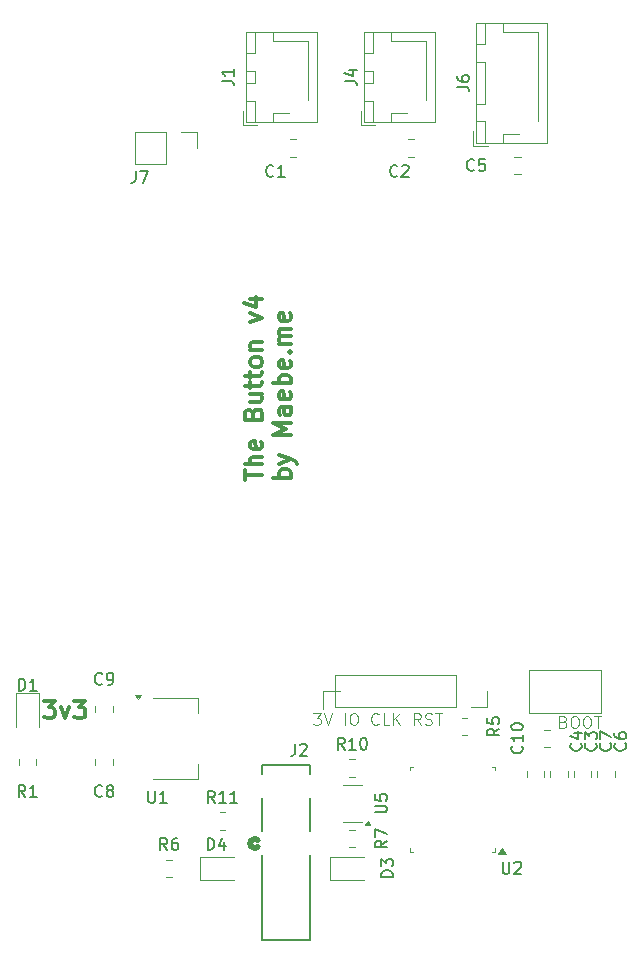
<source format=gbr>
%TF.GenerationSoftware,KiCad,Pcbnew,8.0.8*%
%TF.CreationDate,2025-01-17T17:15:23+08:00*%
%TF.ProjectId,The Button,54686520-4275-4747-946f-6e2e6b696361,rev?*%
%TF.SameCoordinates,Original*%
%TF.FileFunction,Legend,Top*%
%TF.FilePolarity,Positive*%
%FSLAX46Y46*%
G04 Gerber Fmt 4.6, Leading zero omitted, Abs format (unit mm)*
G04 Created by KiCad (PCBNEW 8.0.8) date 2025-01-17 17:15:23*
%MOMM*%
%LPD*%
G01*
G04 APERTURE LIST*
%ADD10C,0.300000*%
%ADD11C,0.100000*%
%ADD12C,0.150000*%
%ADD13C,0.120000*%
%ADD14C,0.152400*%
%ADD15C,0.508000*%
G04 APERTURE END LIST*
D10*
X150411653Y-82300828D02*
X151340225Y-82300828D01*
X151340225Y-82300828D02*
X150840225Y-82872257D01*
X150840225Y-82872257D02*
X151054510Y-82872257D01*
X151054510Y-82872257D02*
X151197368Y-82943685D01*
X151197368Y-82943685D02*
X151268796Y-83015114D01*
X151268796Y-83015114D02*
X151340225Y-83157971D01*
X151340225Y-83157971D02*
X151340225Y-83515114D01*
X151340225Y-83515114D02*
X151268796Y-83657971D01*
X151268796Y-83657971D02*
X151197368Y-83729400D01*
X151197368Y-83729400D02*
X151054510Y-83800828D01*
X151054510Y-83800828D02*
X150625939Y-83800828D01*
X150625939Y-83800828D02*
X150483082Y-83729400D01*
X150483082Y-83729400D02*
X150411653Y-83657971D01*
X151840224Y-82800828D02*
X152197367Y-83800828D01*
X152197367Y-83800828D02*
X152554510Y-82800828D01*
X152983081Y-82300828D02*
X153911653Y-82300828D01*
X153911653Y-82300828D02*
X153411653Y-82872257D01*
X153411653Y-82872257D02*
X153625938Y-82872257D01*
X153625938Y-82872257D02*
X153768796Y-82943685D01*
X153768796Y-82943685D02*
X153840224Y-83015114D01*
X153840224Y-83015114D02*
X153911653Y-83157971D01*
X153911653Y-83157971D02*
X153911653Y-83515114D01*
X153911653Y-83515114D02*
X153840224Y-83657971D01*
X153840224Y-83657971D02*
X153768796Y-83729400D01*
X153768796Y-83729400D02*
X153625938Y-83800828D01*
X153625938Y-83800828D02*
X153197367Y-83800828D01*
X153197367Y-83800828D02*
X153054510Y-83729400D01*
X153054510Y-83729400D02*
X152983081Y-83657971D01*
D11*
X174000000Y-83000000D02*
X174000000Y-81500000D01*
X173208646Y-83372419D02*
X173827693Y-83372419D01*
X173827693Y-83372419D02*
X173494360Y-83753371D01*
X173494360Y-83753371D02*
X173637217Y-83753371D01*
X173637217Y-83753371D02*
X173732455Y-83800990D01*
X173732455Y-83800990D02*
X173780074Y-83848609D01*
X173780074Y-83848609D02*
X173827693Y-83943847D01*
X173827693Y-83943847D02*
X173827693Y-84181942D01*
X173827693Y-84181942D02*
X173780074Y-84277180D01*
X173780074Y-84277180D02*
X173732455Y-84324800D01*
X173732455Y-84324800D02*
X173637217Y-84372419D01*
X173637217Y-84372419D02*
X173351503Y-84372419D01*
X173351503Y-84372419D02*
X173256265Y-84324800D01*
X173256265Y-84324800D02*
X173208646Y-84277180D01*
X174113408Y-83372419D02*
X174446741Y-84372419D01*
X174446741Y-84372419D02*
X174780074Y-83372419D01*
X175875313Y-84372419D02*
X175875313Y-83372419D01*
X176541979Y-83372419D02*
X176732455Y-83372419D01*
X176732455Y-83372419D02*
X176827693Y-83420038D01*
X176827693Y-83420038D02*
X176922931Y-83515276D01*
X176922931Y-83515276D02*
X176970550Y-83705752D01*
X176970550Y-83705752D02*
X176970550Y-84039085D01*
X176970550Y-84039085D02*
X176922931Y-84229561D01*
X176922931Y-84229561D02*
X176827693Y-84324800D01*
X176827693Y-84324800D02*
X176732455Y-84372419D01*
X176732455Y-84372419D02*
X176541979Y-84372419D01*
X176541979Y-84372419D02*
X176446741Y-84324800D01*
X176446741Y-84324800D02*
X176351503Y-84229561D01*
X176351503Y-84229561D02*
X176303884Y-84039085D01*
X176303884Y-84039085D02*
X176303884Y-83705752D01*
X176303884Y-83705752D02*
X176351503Y-83515276D01*
X176351503Y-83515276D02*
X176446741Y-83420038D01*
X176446741Y-83420038D02*
X176541979Y-83372419D01*
X178732455Y-84277180D02*
X178684836Y-84324800D01*
X178684836Y-84324800D02*
X178541979Y-84372419D01*
X178541979Y-84372419D02*
X178446741Y-84372419D01*
X178446741Y-84372419D02*
X178303884Y-84324800D01*
X178303884Y-84324800D02*
X178208646Y-84229561D01*
X178208646Y-84229561D02*
X178161027Y-84134323D01*
X178161027Y-84134323D02*
X178113408Y-83943847D01*
X178113408Y-83943847D02*
X178113408Y-83800990D01*
X178113408Y-83800990D02*
X178161027Y-83610514D01*
X178161027Y-83610514D02*
X178208646Y-83515276D01*
X178208646Y-83515276D02*
X178303884Y-83420038D01*
X178303884Y-83420038D02*
X178446741Y-83372419D01*
X178446741Y-83372419D02*
X178541979Y-83372419D01*
X178541979Y-83372419D02*
X178684836Y-83420038D01*
X178684836Y-83420038D02*
X178732455Y-83467657D01*
X179637217Y-84372419D02*
X179161027Y-84372419D01*
X179161027Y-84372419D02*
X179161027Y-83372419D01*
X179970551Y-84372419D02*
X179970551Y-83372419D01*
X180541979Y-84372419D02*
X180113408Y-83800990D01*
X180541979Y-83372419D02*
X179970551Y-83943847D01*
X182303884Y-84372419D02*
X181970551Y-83896228D01*
X181732456Y-84372419D02*
X181732456Y-83372419D01*
X181732456Y-83372419D02*
X182113408Y-83372419D01*
X182113408Y-83372419D02*
X182208646Y-83420038D01*
X182208646Y-83420038D02*
X182256265Y-83467657D01*
X182256265Y-83467657D02*
X182303884Y-83562895D01*
X182303884Y-83562895D02*
X182303884Y-83705752D01*
X182303884Y-83705752D02*
X182256265Y-83800990D01*
X182256265Y-83800990D02*
X182208646Y-83848609D01*
X182208646Y-83848609D02*
X182113408Y-83896228D01*
X182113408Y-83896228D02*
X181732456Y-83896228D01*
X182684837Y-84324800D02*
X182827694Y-84372419D01*
X182827694Y-84372419D02*
X183065789Y-84372419D01*
X183065789Y-84372419D02*
X183161027Y-84324800D01*
X183161027Y-84324800D02*
X183208646Y-84277180D01*
X183208646Y-84277180D02*
X183256265Y-84181942D01*
X183256265Y-84181942D02*
X183256265Y-84086704D01*
X183256265Y-84086704D02*
X183208646Y-83991466D01*
X183208646Y-83991466D02*
X183161027Y-83943847D01*
X183161027Y-83943847D02*
X183065789Y-83896228D01*
X183065789Y-83896228D02*
X182875313Y-83848609D01*
X182875313Y-83848609D02*
X182780075Y-83800990D01*
X182780075Y-83800990D02*
X182732456Y-83753371D01*
X182732456Y-83753371D02*
X182684837Y-83658133D01*
X182684837Y-83658133D02*
X182684837Y-83562895D01*
X182684837Y-83562895D02*
X182732456Y-83467657D01*
X182732456Y-83467657D02*
X182780075Y-83420038D01*
X182780075Y-83420038D02*
X182875313Y-83372419D01*
X182875313Y-83372419D02*
X183113408Y-83372419D01*
X183113408Y-83372419D02*
X183256265Y-83420038D01*
X183541980Y-83372419D02*
X184113408Y-83372419D01*
X183827694Y-84372419D02*
X183827694Y-83372419D01*
X194387217Y-84098609D02*
X194530074Y-84146228D01*
X194530074Y-84146228D02*
X194577693Y-84193847D01*
X194577693Y-84193847D02*
X194625312Y-84289085D01*
X194625312Y-84289085D02*
X194625312Y-84431942D01*
X194625312Y-84431942D02*
X194577693Y-84527180D01*
X194577693Y-84527180D02*
X194530074Y-84574800D01*
X194530074Y-84574800D02*
X194434836Y-84622419D01*
X194434836Y-84622419D02*
X194053884Y-84622419D01*
X194053884Y-84622419D02*
X194053884Y-83622419D01*
X194053884Y-83622419D02*
X194387217Y-83622419D01*
X194387217Y-83622419D02*
X194482455Y-83670038D01*
X194482455Y-83670038D02*
X194530074Y-83717657D01*
X194530074Y-83717657D02*
X194577693Y-83812895D01*
X194577693Y-83812895D02*
X194577693Y-83908133D01*
X194577693Y-83908133D02*
X194530074Y-84003371D01*
X194530074Y-84003371D02*
X194482455Y-84050990D01*
X194482455Y-84050990D02*
X194387217Y-84098609D01*
X194387217Y-84098609D02*
X194053884Y-84098609D01*
X195244360Y-83622419D02*
X195434836Y-83622419D01*
X195434836Y-83622419D02*
X195530074Y-83670038D01*
X195530074Y-83670038D02*
X195625312Y-83765276D01*
X195625312Y-83765276D02*
X195672931Y-83955752D01*
X195672931Y-83955752D02*
X195672931Y-84289085D01*
X195672931Y-84289085D02*
X195625312Y-84479561D01*
X195625312Y-84479561D02*
X195530074Y-84574800D01*
X195530074Y-84574800D02*
X195434836Y-84622419D01*
X195434836Y-84622419D02*
X195244360Y-84622419D01*
X195244360Y-84622419D02*
X195149122Y-84574800D01*
X195149122Y-84574800D02*
X195053884Y-84479561D01*
X195053884Y-84479561D02*
X195006265Y-84289085D01*
X195006265Y-84289085D02*
X195006265Y-83955752D01*
X195006265Y-83955752D02*
X195053884Y-83765276D01*
X195053884Y-83765276D02*
X195149122Y-83670038D01*
X195149122Y-83670038D02*
X195244360Y-83622419D01*
X196291979Y-83622419D02*
X196482455Y-83622419D01*
X196482455Y-83622419D02*
X196577693Y-83670038D01*
X196577693Y-83670038D02*
X196672931Y-83765276D01*
X196672931Y-83765276D02*
X196720550Y-83955752D01*
X196720550Y-83955752D02*
X196720550Y-84289085D01*
X196720550Y-84289085D02*
X196672931Y-84479561D01*
X196672931Y-84479561D02*
X196577693Y-84574800D01*
X196577693Y-84574800D02*
X196482455Y-84622419D01*
X196482455Y-84622419D02*
X196291979Y-84622419D01*
X196291979Y-84622419D02*
X196196741Y-84574800D01*
X196196741Y-84574800D02*
X196101503Y-84479561D01*
X196101503Y-84479561D02*
X196053884Y-84289085D01*
X196053884Y-84289085D02*
X196053884Y-83955752D01*
X196053884Y-83955752D02*
X196101503Y-83765276D01*
X196101503Y-83765276D02*
X196196741Y-83670038D01*
X196196741Y-83670038D02*
X196291979Y-83622419D01*
X197006265Y-83622419D02*
X197577693Y-83622419D01*
X197291979Y-84622419D02*
X197291979Y-83622419D01*
D10*
X167385912Y-63659774D02*
X167385912Y-62802632D01*
X168885912Y-63231203D02*
X167385912Y-63231203D01*
X168885912Y-62302632D02*
X167385912Y-62302632D01*
X168885912Y-61659775D02*
X168100198Y-61659775D01*
X168100198Y-61659775D02*
X167957341Y-61731203D01*
X167957341Y-61731203D02*
X167885912Y-61874060D01*
X167885912Y-61874060D02*
X167885912Y-62088346D01*
X167885912Y-62088346D02*
X167957341Y-62231203D01*
X167957341Y-62231203D02*
X168028769Y-62302632D01*
X168814484Y-60374060D02*
X168885912Y-60516917D01*
X168885912Y-60516917D02*
X168885912Y-60802632D01*
X168885912Y-60802632D02*
X168814484Y-60945489D01*
X168814484Y-60945489D02*
X168671626Y-61016917D01*
X168671626Y-61016917D02*
X168100198Y-61016917D01*
X168100198Y-61016917D02*
X167957341Y-60945489D01*
X167957341Y-60945489D02*
X167885912Y-60802632D01*
X167885912Y-60802632D02*
X167885912Y-60516917D01*
X167885912Y-60516917D02*
X167957341Y-60374060D01*
X167957341Y-60374060D02*
X168100198Y-60302632D01*
X168100198Y-60302632D02*
X168243055Y-60302632D01*
X168243055Y-60302632D02*
X168385912Y-61016917D01*
X168100198Y-58016918D02*
X168171626Y-57802632D01*
X168171626Y-57802632D02*
X168243055Y-57731203D01*
X168243055Y-57731203D02*
X168385912Y-57659775D01*
X168385912Y-57659775D02*
X168600198Y-57659775D01*
X168600198Y-57659775D02*
X168743055Y-57731203D01*
X168743055Y-57731203D02*
X168814484Y-57802632D01*
X168814484Y-57802632D02*
X168885912Y-57945489D01*
X168885912Y-57945489D02*
X168885912Y-58516918D01*
X168885912Y-58516918D02*
X167385912Y-58516918D01*
X167385912Y-58516918D02*
X167385912Y-58016918D01*
X167385912Y-58016918D02*
X167457341Y-57874061D01*
X167457341Y-57874061D02*
X167528769Y-57802632D01*
X167528769Y-57802632D02*
X167671626Y-57731203D01*
X167671626Y-57731203D02*
X167814484Y-57731203D01*
X167814484Y-57731203D02*
X167957341Y-57802632D01*
X167957341Y-57802632D02*
X168028769Y-57874061D01*
X168028769Y-57874061D02*
X168100198Y-58016918D01*
X168100198Y-58016918D02*
X168100198Y-58516918D01*
X167885912Y-56374061D02*
X168885912Y-56374061D01*
X167885912Y-57016918D02*
X168671626Y-57016918D01*
X168671626Y-57016918D02*
X168814484Y-56945489D01*
X168814484Y-56945489D02*
X168885912Y-56802632D01*
X168885912Y-56802632D02*
X168885912Y-56588346D01*
X168885912Y-56588346D02*
X168814484Y-56445489D01*
X168814484Y-56445489D02*
X168743055Y-56374061D01*
X167885912Y-55874060D02*
X167885912Y-55302632D01*
X167385912Y-55659775D02*
X168671626Y-55659775D01*
X168671626Y-55659775D02*
X168814484Y-55588346D01*
X168814484Y-55588346D02*
X168885912Y-55445489D01*
X168885912Y-55445489D02*
X168885912Y-55302632D01*
X167885912Y-55016917D02*
X167885912Y-54445489D01*
X167385912Y-54802632D02*
X168671626Y-54802632D01*
X168671626Y-54802632D02*
X168814484Y-54731203D01*
X168814484Y-54731203D02*
X168885912Y-54588346D01*
X168885912Y-54588346D02*
X168885912Y-54445489D01*
X168885912Y-53731203D02*
X168814484Y-53874060D01*
X168814484Y-53874060D02*
X168743055Y-53945489D01*
X168743055Y-53945489D02*
X168600198Y-54016917D01*
X168600198Y-54016917D02*
X168171626Y-54016917D01*
X168171626Y-54016917D02*
X168028769Y-53945489D01*
X168028769Y-53945489D02*
X167957341Y-53874060D01*
X167957341Y-53874060D02*
X167885912Y-53731203D01*
X167885912Y-53731203D02*
X167885912Y-53516917D01*
X167885912Y-53516917D02*
X167957341Y-53374060D01*
X167957341Y-53374060D02*
X168028769Y-53302632D01*
X168028769Y-53302632D02*
X168171626Y-53231203D01*
X168171626Y-53231203D02*
X168600198Y-53231203D01*
X168600198Y-53231203D02*
X168743055Y-53302632D01*
X168743055Y-53302632D02*
X168814484Y-53374060D01*
X168814484Y-53374060D02*
X168885912Y-53516917D01*
X168885912Y-53516917D02*
X168885912Y-53731203D01*
X167885912Y-52588346D02*
X168885912Y-52588346D01*
X168028769Y-52588346D02*
X167957341Y-52516917D01*
X167957341Y-52516917D02*
X167885912Y-52374060D01*
X167885912Y-52374060D02*
X167885912Y-52159774D01*
X167885912Y-52159774D02*
X167957341Y-52016917D01*
X167957341Y-52016917D02*
X168100198Y-51945489D01*
X168100198Y-51945489D02*
X168885912Y-51945489D01*
X167885912Y-50231203D02*
X168885912Y-49874060D01*
X168885912Y-49874060D02*
X167885912Y-49516917D01*
X167885912Y-48302632D02*
X168885912Y-48302632D01*
X167314484Y-48659774D02*
X168385912Y-49016917D01*
X168385912Y-49016917D02*
X168385912Y-48088346D01*
X171300828Y-63445489D02*
X169800828Y-63445489D01*
X170372257Y-63445489D02*
X170300828Y-63302632D01*
X170300828Y-63302632D02*
X170300828Y-63016917D01*
X170300828Y-63016917D02*
X170372257Y-62874060D01*
X170372257Y-62874060D02*
X170443685Y-62802632D01*
X170443685Y-62802632D02*
X170586542Y-62731203D01*
X170586542Y-62731203D02*
X171015114Y-62731203D01*
X171015114Y-62731203D02*
X171157971Y-62802632D01*
X171157971Y-62802632D02*
X171229400Y-62874060D01*
X171229400Y-62874060D02*
X171300828Y-63016917D01*
X171300828Y-63016917D02*
X171300828Y-63302632D01*
X171300828Y-63302632D02*
X171229400Y-63445489D01*
X170300828Y-62231203D02*
X171300828Y-61874060D01*
X170300828Y-61516917D02*
X171300828Y-61874060D01*
X171300828Y-61874060D02*
X171657971Y-62016917D01*
X171657971Y-62016917D02*
X171729400Y-62088346D01*
X171729400Y-62088346D02*
X171800828Y-62231203D01*
X171300828Y-59802632D02*
X169800828Y-59802632D01*
X169800828Y-59802632D02*
X170872257Y-59302632D01*
X170872257Y-59302632D02*
X169800828Y-58802632D01*
X169800828Y-58802632D02*
X171300828Y-58802632D01*
X171300828Y-57445489D02*
X170515114Y-57445489D01*
X170515114Y-57445489D02*
X170372257Y-57516917D01*
X170372257Y-57516917D02*
X170300828Y-57659774D01*
X170300828Y-57659774D02*
X170300828Y-57945489D01*
X170300828Y-57945489D02*
X170372257Y-58088346D01*
X171229400Y-57445489D02*
X171300828Y-57588346D01*
X171300828Y-57588346D02*
X171300828Y-57945489D01*
X171300828Y-57945489D02*
X171229400Y-58088346D01*
X171229400Y-58088346D02*
X171086542Y-58159774D01*
X171086542Y-58159774D02*
X170943685Y-58159774D01*
X170943685Y-58159774D02*
X170800828Y-58088346D01*
X170800828Y-58088346D02*
X170729400Y-57945489D01*
X170729400Y-57945489D02*
X170729400Y-57588346D01*
X170729400Y-57588346D02*
X170657971Y-57445489D01*
X171229400Y-56159774D02*
X171300828Y-56302631D01*
X171300828Y-56302631D02*
X171300828Y-56588346D01*
X171300828Y-56588346D02*
X171229400Y-56731203D01*
X171229400Y-56731203D02*
X171086542Y-56802631D01*
X171086542Y-56802631D02*
X170515114Y-56802631D01*
X170515114Y-56802631D02*
X170372257Y-56731203D01*
X170372257Y-56731203D02*
X170300828Y-56588346D01*
X170300828Y-56588346D02*
X170300828Y-56302631D01*
X170300828Y-56302631D02*
X170372257Y-56159774D01*
X170372257Y-56159774D02*
X170515114Y-56088346D01*
X170515114Y-56088346D02*
X170657971Y-56088346D01*
X170657971Y-56088346D02*
X170800828Y-56802631D01*
X171300828Y-55445489D02*
X169800828Y-55445489D01*
X170372257Y-55445489D02*
X170300828Y-55302632D01*
X170300828Y-55302632D02*
X170300828Y-55016917D01*
X170300828Y-55016917D02*
X170372257Y-54874060D01*
X170372257Y-54874060D02*
X170443685Y-54802632D01*
X170443685Y-54802632D02*
X170586542Y-54731203D01*
X170586542Y-54731203D02*
X171015114Y-54731203D01*
X171015114Y-54731203D02*
X171157971Y-54802632D01*
X171157971Y-54802632D02*
X171229400Y-54874060D01*
X171229400Y-54874060D02*
X171300828Y-55016917D01*
X171300828Y-55016917D02*
X171300828Y-55302632D01*
X171300828Y-55302632D02*
X171229400Y-55445489D01*
X171229400Y-53516917D02*
X171300828Y-53659774D01*
X171300828Y-53659774D02*
X171300828Y-53945489D01*
X171300828Y-53945489D02*
X171229400Y-54088346D01*
X171229400Y-54088346D02*
X171086542Y-54159774D01*
X171086542Y-54159774D02*
X170515114Y-54159774D01*
X170515114Y-54159774D02*
X170372257Y-54088346D01*
X170372257Y-54088346D02*
X170300828Y-53945489D01*
X170300828Y-53945489D02*
X170300828Y-53659774D01*
X170300828Y-53659774D02*
X170372257Y-53516917D01*
X170372257Y-53516917D02*
X170515114Y-53445489D01*
X170515114Y-53445489D02*
X170657971Y-53445489D01*
X170657971Y-53445489D02*
X170800828Y-54159774D01*
X171157971Y-52802632D02*
X171229400Y-52731203D01*
X171229400Y-52731203D02*
X171300828Y-52802632D01*
X171300828Y-52802632D02*
X171229400Y-52874060D01*
X171229400Y-52874060D02*
X171157971Y-52802632D01*
X171157971Y-52802632D02*
X171300828Y-52802632D01*
X171300828Y-52088346D02*
X170300828Y-52088346D01*
X170443685Y-52088346D02*
X170372257Y-52016917D01*
X170372257Y-52016917D02*
X170300828Y-51874060D01*
X170300828Y-51874060D02*
X170300828Y-51659774D01*
X170300828Y-51659774D02*
X170372257Y-51516917D01*
X170372257Y-51516917D02*
X170515114Y-51445489D01*
X170515114Y-51445489D02*
X171300828Y-51445489D01*
X170515114Y-51445489D02*
X170372257Y-51374060D01*
X170372257Y-51374060D02*
X170300828Y-51231203D01*
X170300828Y-51231203D02*
X170300828Y-51016917D01*
X170300828Y-51016917D02*
X170372257Y-50874060D01*
X170372257Y-50874060D02*
X170515114Y-50802631D01*
X170515114Y-50802631D02*
X171300828Y-50802631D01*
X171229400Y-49516917D02*
X171300828Y-49659774D01*
X171300828Y-49659774D02*
X171300828Y-49945489D01*
X171300828Y-49945489D02*
X171229400Y-50088346D01*
X171229400Y-50088346D02*
X171086542Y-50159774D01*
X171086542Y-50159774D02*
X170515114Y-50159774D01*
X170515114Y-50159774D02*
X170372257Y-50088346D01*
X170372257Y-50088346D02*
X170300828Y-49945489D01*
X170300828Y-49945489D02*
X170300828Y-49659774D01*
X170300828Y-49659774D02*
X170372257Y-49516917D01*
X170372257Y-49516917D02*
X170515114Y-49445489D01*
X170515114Y-49445489D02*
X170657971Y-49445489D01*
X170657971Y-49445489D02*
X170800828Y-50159774D01*
D11*
X174000000Y-81500000D02*
X175500000Y-81500000D01*
D12*
X158166666Y-37454819D02*
X158166666Y-38169104D01*
X158166666Y-38169104D02*
X158119047Y-38311961D01*
X158119047Y-38311961D02*
X158023809Y-38407200D01*
X158023809Y-38407200D02*
X157880952Y-38454819D01*
X157880952Y-38454819D02*
X157785714Y-38454819D01*
X158547619Y-37454819D02*
X159214285Y-37454819D01*
X159214285Y-37454819D02*
X158785714Y-38454819D01*
X179454819Y-94166666D02*
X178978628Y-94499999D01*
X179454819Y-94738094D02*
X178454819Y-94738094D01*
X178454819Y-94738094D02*
X178454819Y-94357142D01*
X178454819Y-94357142D02*
X178502438Y-94261904D01*
X178502438Y-94261904D02*
X178550057Y-94214285D01*
X178550057Y-94214285D02*
X178645295Y-94166666D01*
X178645295Y-94166666D02*
X178788152Y-94166666D01*
X178788152Y-94166666D02*
X178883390Y-94214285D01*
X178883390Y-94214285D02*
X178931009Y-94261904D01*
X178931009Y-94261904D02*
X178978628Y-94357142D01*
X178978628Y-94357142D02*
X178978628Y-94738094D01*
X178454819Y-93833332D02*
X178454819Y-93166666D01*
X178454819Y-93166666D02*
X179454819Y-93595237D01*
X197109580Y-85916666D02*
X197157200Y-85964285D01*
X197157200Y-85964285D02*
X197204819Y-86107142D01*
X197204819Y-86107142D02*
X197204819Y-86202380D01*
X197204819Y-86202380D02*
X197157200Y-86345237D01*
X197157200Y-86345237D02*
X197061961Y-86440475D01*
X197061961Y-86440475D02*
X196966723Y-86488094D01*
X196966723Y-86488094D02*
X196776247Y-86535713D01*
X196776247Y-86535713D02*
X196633390Y-86535713D01*
X196633390Y-86535713D02*
X196442914Y-86488094D01*
X196442914Y-86488094D02*
X196347676Y-86440475D01*
X196347676Y-86440475D02*
X196252438Y-86345237D01*
X196252438Y-86345237D02*
X196204819Y-86202380D01*
X196204819Y-86202380D02*
X196204819Y-86107142D01*
X196204819Y-86107142D02*
X196252438Y-85964285D01*
X196252438Y-85964285D02*
X196300057Y-85916666D01*
X196204819Y-85583332D02*
X196204819Y-84964285D01*
X196204819Y-84964285D02*
X196585771Y-85297618D01*
X196585771Y-85297618D02*
X196585771Y-85154761D01*
X196585771Y-85154761D02*
X196633390Y-85059523D01*
X196633390Y-85059523D02*
X196681009Y-85011904D01*
X196681009Y-85011904D02*
X196776247Y-84964285D01*
X196776247Y-84964285D02*
X197014342Y-84964285D01*
X197014342Y-84964285D02*
X197109580Y-85011904D01*
X197109580Y-85011904D02*
X197157200Y-85059523D01*
X197157200Y-85059523D02*
X197204819Y-85154761D01*
X197204819Y-85154761D02*
X197204819Y-85440475D01*
X197204819Y-85440475D02*
X197157200Y-85535713D01*
X197157200Y-85535713D02*
X197109580Y-85583332D01*
X155333333Y-90359580D02*
X155285714Y-90407200D01*
X155285714Y-90407200D02*
X155142857Y-90454819D01*
X155142857Y-90454819D02*
X155047619Y-90454819D01*
X155047619Y-90454819D02*
X154904762Y-90407200D01*
X154904762Y-90407200D02*
X154809524Y-90311961D01*
X154809524Y-90311961D02*
X154761905Y-90216723D01*
X154761905Y-90216723D02*
X154714286Y-90026247D01*
X154714286Y-90026247D02*
X154714286Y-89883390D01*
X154714286Y-89883390D02*
X154761905Y-89692914D01*
X154761905Y-89692914D02*
X154809524Y-89597676D01*
X154809524Y-89597676D02*
X154904762Y-89502438D01*
X154904762Y-89502438D02*
X155047619Y-89454819D01*
X155047619Y-89454819D02*
X155142857Y-89454819D01*
X155142857Y-89454819D02*
X155285714Y-89502438D01*
X155285714Y-89502438D02*
X155333333Y-89550057D01*
X155904762Y-89883390D02*
X155809524Y-89835771D01*
X155809524Y-89835771D02*
X155761905Y-89788152D01*
X155761905Y-89788152D02*
X155714286Y-89692914D01*
X155714286Y-89692914D02*
X155714286Y-89645295D01*
X155714286Y-89645295D02*
X155761905Y-89550057D01*
X155761905Y-89550057D02*
X155809524Y-89502438D01*
X155809524Y-89502438D02*
X155904762Y-89454819D01*
X155904762Y-89454819D02*
X156095238Y-89454819D01*
X156095238Y-89454819D02*
X156190476Y-89502438D01*
X156190476Y-89502438D02*
X156238095Y-89550057D01*
X156238095Y-89550057D02*
X156285714Y-89645295D01*
X156285714Y-89645295D02*
X156285714Y-89692914D01*
X156285714Y-89692914D02*
X156238095Y-89788152D01*
X156238095Y-89788152D02*
X156190476Y-89835771D01*
X156190476Y-89835771D02*
X156095238Y-89883390D01*
X156095238Y-89883390D02*
X155904762Y-89883390D01*
X155904762Y-89883390D02*
X155809524Y-89931009D01*
X155809524Y-89931009D02*
X155761905Y-89978628D01*
X155761905Y-89978628D02*
X155714286Y-90073866D01*
X155714286Y-90073866D02*
X155714286Y-90264342D01*
X155714286Y-90264342D02*
X155761905Y-90359580D01*
X155761905Y-90359580D02*
X155809524Y-90407200D01*
X155809524Y-90407200D02*
X155904762Y-90454819D01*
X155904762Y-90454819D02*
X156095238Y-90454819D01*
X156095238Y-90454819D02*
X156190476Y-90407200D01*
X156190476Y-90407200D02*
X156238095Y-90359580D01*
X156238095Y-90359580D02*
X156285714Y-90264342D01*
X156285714Y-90264342D02*
X156285714Y-90073866D01*
X156285714Y-90073866D02*
X156238095Y-89978628D01*
X156238095Y-89978628D02*
X156190476Y-89931009D01*
X156190476Y-89931009D02*
X156095238Y-89883390D01*
X164261905Y-94954819D02*
X164261905Y-93954819D01*
X164261905Y-93954819D02*
X164500000Y-93954819D01*
X164500000Y-93954819D02*
X164642857Y-94002438D01*
X164642857Y-94002438D02*
X164738095Y-94097676D01*
X164738095Y-94097676D02*
X164785714Y-94192914D01*
X164785714Y-94192914D02*
X164833333Y-94383390D01*
X164833333Y-94383390D02*
X164833333Y-94526247D01*
X164833333Y-94526247D02*
X164785714Y-94716723D01*
X164785714Y-94716723D02*
X164738095Y-94811961D01*
X164738095Y-94811961D02*
X164642857Y-94907200D01*
X164642857Y-94907200D02*
X164500000Y-94954819D01*
X164500000Y-94954819D02*
X164261905Y-94954819D01*
X165690476Y-94288152D02*
X165690476Y-94954819D01*
X165452381Y-93907200D02*
X165214286Y-94621485D01*
X165214286Y-94621485D02*
X165833333Y-94621485D01*
X159238095Y-89954819D02*
X159238095Y-90764342D01*
X159238095Y-90764342D02*
X159285714Y-90859580D01*
X159285714Y-90859580D02*
X159333333Y-90907200D01*
X159333333Y-90907200D02*
X159428571Y-90954819D01*
X159428571Y-90954819D02*
X159619047Y-90954819D01*
X159619047Y-90954819D02*
X159714285Y-90907200D01*
X159714285Y-90907200D02*
X159761904Y-90859580D01*
X159761904Y-90859580D02*
X159809523Y-90764342D01*
X159809523Y-90764342D02*
X159809523Y-89954819D01*
X160809523Y-90954819D02*
X160238095Y-90954819D01*
X160523809Y-90954819D02*
X160523809Y-89954819D01*
X160523809Y-89954819D02*
X160428571Y-90097676D01*
X160428571Y-90097676D02*
X160333333Y-90192914D01*
X160333333Y-90192914D02*
X160238095Y-90240533D01*
X169833333Y-37859580D02*
X169785714Y-37907200D01*
X169785714Y-37907200D02*
X169642857Y-37954819D01*
X169642857Y-37954819D02*
X169547619Y-37954819D01*
X169547619Y-37954819D02*
X169404762Y-37907200D01*
X169404762Y-37907200D02*
X169309524Y-37811961D01*
X169309524Y-37811961D02*
X169261905Y-37716723D01*
X169261905Y-37716723D02*
X169214286Y-37526247D01*
X169214286Y-37526247D02*
X169214286Y-37383390D01*
X169214286Y-37383390D02*
X169261905Y-37192914D01*
X169261905Y-37192914D02*
X169309524Y-37097676D01*
X169309524Y-37097676D02*
X169404762Y-37002438D01*
X169404762Y-37002438D02*
X169547619Y-36954819D01*
X169547619Y-36954819D02*
X169642857Y-36954819D01*
X169642857Y-36954819D02*
X169785714Y-37002438D01*
X169785714Y-37002438D02*
X169833333Y-37050057D01*
X170785714Y-37954819D02*
X170214286Y-37954819D01*
X170500000Y-37954819D02*
X170500000Y-36954819D01*
X170500000Y-36954819D02*
X170404762Y-37097676D01*
X170404762Y-37097676D02*
X170309524Y-37192914D01*
X170309524Y-37192914D02*
X170214286Y-37240533D01*
X178454819Y-91761904D02*
X179264342Y-91761904D01*
X179264342Y-91761904D02*
X179359580Y-91714285D01*
X179359580Y-91714285D02*
X179407200Y-91666666D01*
X179407200Y-91666666D02*
X179454819Y-91571428D01*
X179454819Y-91571428D02*
X179454819Y-91380952D01*
X179454819Y-91380952D02*
X179407200Y-91285714D01*
X179407200Y-91285714D02*
X179359580Y-91238095D01*
X179359580Y-91238095D02*
X179264342Y-91190476D01*
X179264342Y-91190476D02*
X178454819Y-91190476D01*
X178454819Y-90238095D02*
X178454819Y-90714285D01*
X178454819Y-90714285D02*
X178931009Y-90761904D01*
X178931009Y-90761904D02*
X178883390Y-90714285D01*
X178883390Y-90714285D02*
X178835771Y-90619047D01*
X178835771Y-90619047D02*
X178835771Y-90380952D01*
X178835771Y-90380952D02*
X178883390Y-90285714D01*
X178883390Y-90285714D02*
X178931009Y-90238095D01*
X178931009Y-90238095D02*
X179026247Y-90190476D01*
X179026247Y-90190476D02*
X179264342Y-90190476D01*
X179264342Y-90190476D02*
X179359580Y-90238095D01*
X179359580Y-90238095D02*
X179407200Y-90285714D01*
X179407200Y-90285714D02*
X179454819Y-90380952D01*
X179454819Y-90380952D02*
X179454819Y-90619047D01*
X179454819Y-90619047D02*
X179407200Y-90714285D01*
X179407200Y-90714285D02*
X179359580Y-90761904D01*
X165454819Y-29833333D02*
X166169104Y-29833333D01*
X166169104Y-29833333D02*
X166311961Y-29880952D01*
X166311961Y-29880952D02*
X166407200Y-29976190D01*
X166407200Y-29976190D02*
X166454819Y-30119047D01*
X166454819Y-30119047D02*
X166454819Y-30214285D01*
X166454819Y-28833333D02*
X166454819Y-29404761D01*
X166454819Y-29119047D02*
X165454819Y-29119047D01*
X165454819Y-29119047D02*
X165597676Y-29214285D01*
X165597676Y-29214285D02*
X165692914Y-29309523D01*
X165692914Y-29309523D02*
X165740533Y-29404761D01*
X175857142Y-86454819D02*
X175523809Y-85978628D01*
X175285714Y-86454819D02*
X175285714Y-85454819D01*
X175285714Y-85454819D02*
X175666666Y-85454819D01*
X175666666Y-85454819D02*
X175761904Y-85502438D01*
X175761904Y-85502438D02*
X175809523Y-85550057D01*
X175809523Y-85550057D02*
X175857142Y-85645295D01*
X175857142Y-85645295D02*
X175857142Y-85788152D01*
X175857142Y-85788152D02*
X175809523Y-85883390D01*
X175809523Y-85883390D02*
X175761904Y-85931009D01*
X175761904Y-85931009D02*
X175666666Y-85978628D01*
X175666666Y-85978628D02*
X175285714Y-85978628D01*
X176809523Y-86454819D02*
X176238095Y-86454819D01*
X176523809Y-86454819D02*
X176523809Y-85454819D01*
X176523809Y-85454819D02*
X176428571Y-85597676D01*
X176428571Y-85597676D02*
X176333333Y-85692914D01*
X176333333Y-85692914D02*
X176238095Y-85740533D01*
X177428571Y-85454819D02*
X177523809Y-85454819D01*
X177523809Y-85454819D02*
X177619047Y-85502438D01*
X177619047Y-85502438D02*
X177666666Y-85550057D01*
X177666666Y-85550057D02*
X177714285Y-85645295D01*
X177714285Y-85645295D02*
X177761904Y-85835771D01*
X177761904Y-85835771D02*
X177761904Y-86073866D01*
X177761904Y-86073866D02*
X177714285Y-86264342D01*
X177714285Y-86264342D02*
X177666666Y-86359580D01*
X177666666Y-86359580D02*
X177619047Y-86407200D01*
X177619047Y-86407200D02*
X177523809Y-86454819D01*
X177523809Y-86454819D02*
X177428571Y-86454819D01*
X177428571Y-86454819D02*
X177333333Y-86407200D01*
X177333333Y-86407200D02*
X177285714Y-86359580D01*
X177285714Y-86359580D02*
X177238095Y-86264342D01*
X177238095Y-86264342D02*
X177190476Y-86073866D01*
X177190476Y-86073866D02*
X177190476Y-85835771D01*
X177190476Y-85835771D02*
X177238095Y-85645295D01*
X177238095Y-85645295D02*
X177285714Y-85550057D01*
X177285714Y-85550057D02*
X177333333Y-85502438D01*
X177333333Y-85502438D02*
X177428571Y-85454819D01*
X148261905Y-81454819D02*
X148261905Y-80454819D01*
X148261905Y-80454819D02*
X148500000Y-80454819D01*
X148500000Y-80454819D02*
X148642857Y-80502438D01*
X148642857Y-80502438D02*
X148738095Y-80597676D01*
X148738095Y-80597676D02*
X148785714Y-80692914D01*
X148785714Y-80692914D02*
X148833333Y-80883390D01*
X148833333Y-80883390D02*
X148833333Y-81026247D01*
X148833333Y-81026247D02*
X148785714Y-81216723D01*
X148785714Y-81216723D02*
X148738095Y-81311961D01*
X148738095Y-81311961D02*
X148642857Y-81407200D01*
X148642857Y-81407200D02*
X148500000Y-81454819D01*
X148500000Y-81454819D02*
X148261905Y-81454819D01*
X149785714Y-81454819D02*
X149214286Y-81454819D01*
X149500000Y-81454819D02*
X149500000Y-80454819D01*
X149500000Y-80454819D02*
X149404762Y-80597676D01*
X149404762Y-80597676D02*
X149309524Y-80692914D01*
X149309524Y-80692914D02*
X149214286Y-80740533D01*
X180333333Y-37859580D02*
X180285714Y-37907200D01*
X180285714Y-37907200D02*
X180142857Y-37954819D01*
X180142857Y-37954819D02*
X180047619Y-37954819D01*
X180047619Y-37954819D02*
X179904762Y-37907200D01*
X179904762Y-37907200D02*
X179809524Y-37811961D01*
X179809524Y-37811961D02*
X179761905Y-37716723D01*
X179761905Y-37716723D02*
X179714286Y-37526247D01*
X179714286Y-37526247D02*
X179714286Y-37383390D01*
X179714286Y-37383390D02*
X179761905Y-37192914D01*
X179761905Y-37192914D02*
X179809524Y-37097676D01*
X179809524Y-37097676D02*
X179904762Y-37002438D01*
X179904762Y-37002438D02*
X180047619Y-36954819D01*
X180047619Y-36954819D02*
X180142857Y-36954819D01*
X180142857Y-36954819D02*
X180285714Y-37002438D01*
X180285714Y-37002438D02*
X180333333Y-37050057D01*
X180714286Y-37050057D02*
X180761905Y-37002438D01*
X180761905Y-37002438D02*
X180857143Y-36954819D01*
X180857143Y-36954819D02*
X181095238Y-36954819D01*
X181095238Y-36954819D02*
X181190476Y-37002438D01*
X181190476Y-37002438D02*
X181238095Y-37050057D01*
X181238095Y-37050057D02*
X181285714Y-37145295D01*
X181285714Y-37145295D02*
X181285714Y-37240533D01*
X181285714Y-37240533D02*
X181238095Y-37383390D01*
X181238095Y-37383390D02*
X180666667Y-37954819D01*
X180666667Y-37954819D02*
X181285714Y-37954819D01*
X148833333Y-90454819D02*
X148500000Y-89978628D01*
X148261905Y-90454819D02*
X148261905Y-89454819D01*
X148261905Y-89454819D02*
X148642857Y-89454819D01*
X148642857Y-89454819D02*
X148738095Y-89502438D01*
X148738095Y-89502438D02*
X148785714Y-89550057D01*
X148785714Y-89550057D02*
X148833333Y-89645295D01*
X148833333Y-89645295D02*
X148833333Y-89788152D01*
X148833333Y-89788152D02*
X148785714Y-89883390D01*
X148785714Y-89883390D02*
X148738095Y-89931009D01*
X148738095Y-89931009D02*
X148642857Y-89978628D01*
X148642857Y-89978628D02*
X148261905Y-89978628D01*
X149785714Y-90454819D02*
X149214286Y-90454819D01*
X149500000Y-90454819D02*
X149500000Y-89454819D01*
X149500000Y-89454819D02*
X149404762Y-89597676D01*
X149404762Y-89597676D02*
X149309524Y-89692914D01*
X149309524Y-89692914D02*
X149214286Y-89740533D01*
X199609580Y-85916666D02*
X199657200Y-85964285D01*
X199657200Y-85964285D02*
X199704819Y-86107142D01*
X199704819Y-86107142D02*
X199704819Y-86202380D01*
X199704819Y-86202380D02*
X199657200Y-86345237D01*
X199657200Y-86345237D02*
X199561961Y-86440475D01*
X199561961Y-86440475D02*
X199466723Y-86488094D01*
X199466723Y-86488094D02*
X199276247Y-86535713D01*
X199276247Y-86535713D02*
X199133390Y-86535713D01*
X199133390Y-86535713D02*
X198942914Y-86488094D01*
X198942914Y-86488094D02*
X198847676Y-86440475D01*
X198847676Y-86440475D02*
X198752438Y-86345237D01*
X198752438Y-86345237D02*
X198704819Y-86202380D01*
X198704819Y-86202380D02*
X198704819Y-86107142D01*
X198704819Y-86107142D02*
X198752438Y-85964285D01*
X198752438Y-85964285D02*
X198800057Y-85916666D01*
X198704819Y-85059523D02*
X198704819Y-85249999D01*
X198704819Y-85249999D02*
X198752438Y-85345237D01*
X198752438Y-85345237D02*
X198800057Y-85392856D01*
X198800057Y-85392856D02*
X198942914Y-85488094D01*
X198942914Y-85488094D02*
X199133390Y-85535713D01*
X199133390Y-85535713D02*
X199514342Y-85535713D01*
X199514342Y-85535713D02*
X199609580Y-85488094D01*
X199609580Y-85488094D02*
X199657200Y-85440475D01*
X199657200Y-85440475D02*
X199704819Y-85345237D01*
X199704819Y-85345237D02*
X199704819Y-85154761D01*
X199704819Y-85154761D02*
X199657200Y-85059523D01*
X199657200Y-85059523D02*
X199609580Y-85011904D01*
X199609580Y-85011904D02*
X199514342Y-84964285D01*
X199514342Y-84964285D02*
X199276247Y-84964285D01*
X199276247Y-84964285D02*
X199181009Y-85011904D01*
X199181009Y-85011904D02*
X199133390Y-85059523D01*
X199133390Y-85059523D02*
X199085771Y-85154761D01*
X199085771Y-85154761D02*
X199085771Y-85345237D01*
X199085771Y-85345237D02*
X199133390Y-85440475D01*
X199133390Y-85440475D02*
X199181009Y-85488094D01*
X199181009Y-85488094D02*
X199276247Y-85535713D01*
X160833333Y-94954819D02*
X160500000Y-94478628D01*
X160261905Y-94954819D02*
X160261905Y-93954819D01*
X160261905Y-93954819D02*
X160642857Y-93954819D01*
X160642857Y-93954819D02*
X160738095Y-94002438D01*
X160738095Y-94002438D02*
X160785714Y-94050057D01*
X160785714Y-94050057D02*
X160833333Y-94145295D01*
X160833333Y-94145295D02*
X160833333Y-94288152D01*
X160833333Y-94288152D02*
X160785714Y-94383390D01*
X160785714Y-94383390D02*
X160738095Y-94431009D01*
X160738095Y-94431009D02*
X160642857Y-94478628D01*
X160642857Y-94478628D02*
X160261905Y-94478628D01*
X161690476Y-93954819D02*
X161500000Y-93954819D01*
X161500000Y-93954819D02*
X161404762Y-94002438D01*
X161404762Y-94002438D02*
X161357143Y-94050057D01*
X161357143Y-94050057D02*
X161261905Y-94192914D01*
X161261905Y-94192914D02*
X161214286Y-94383390D01*
X161214286Y-94383390D02*
X161214286Y-94764342D01*
X161214286Y-94764342D02*
X161261905Y-94859580D01*
X161261905Y-94859580D02*
X161309524Y-94907200D01*
X161309524Y-94907200D02*
X161404762Y-94954819D01*
X161404762Y-94954819D02*
X161595238Y-94954819D01*
X161595238Y-94954819D02*
X161690476Y-94907200D01*
X161690476Y-94907200D02*
X161738095Y-94859580D01*
X161738095Y-94859580D02*
X161785714Y-94764342D01*
X161785714Y-94764342D02*
X161785714Y-94526247D01*
X161785714Y-94526247D02*
X161738095Y-94431009D01*
X161738095Y-94431009D02*
X161690476Y-94383390D01*
X161690476Y-94383390D02*
X161595238Y-94335771D01*
X161595238Y-94335771D02*
X161404762Y-94335771D01*
X161404762Y-94335771D02*
X161309524Y-94383390D01*
X161309524Y-94383390D02*
X161261905Y-94431009D01*
X161261905Y-94431009D02*
X161214286Y-94526247D01*
X190859580Y-86142857D02*
X190907200Y-86190476D01*
X190907200Y-86190476D02*
X190954819Y-86333333D01*
X190954819Y-86333333D02*
X190954819Y-86428571D01*
X190954819Y-86428571D02*
X190907200Y-86571428D01*
X190907200Y-86571428D02*
X190811961Y-86666666D01*
X190811961Y-86666666D02*
X190716723Y-86714285D01*
X190716723Y-86714285D02*
X190526247Y-86761904D01*
X190526247Y-86761904D02*
X190383390Y-86761904D01*
X190383390Y-86761904D02*
X190192914Y-86714285D01*
X190192914Y-86714285D02*
X190097676Y-86666666D01*
X190097676Y-86666666D02*
X190002438Y-86571428D01*
X190002438Y-86571428D02*
X189954819Y-86428571D01*
X189954819Y-86428571D02*
X189954819Y-86333333D01*
X189954819Y-86333333D02*
X190002438Y-86190476D01*
X190002438Y-86190476D02*
X190050057Y-86142857D01*
X190954819Y-85190476D02*
X190954819Y-85761904D01*
X190954819Y-85476190D02*
X189954819Y-85476190D01*
X189954819Y-85476190D02*
X190097676Y-85571428D01*
X190097676Y-85571428D02*
X190192914Y-85666666D01*
X190192914Y-85666666D02*
X190240533Y-85761904D01*
X189954819Y-84571428D02*
X189954819Y-84476190D01*
X189954819Y-84476190D02*
X190002438Y-84380952D01*
X190002438Y-84380952D02*
X190050057Y-84333333D01*
X190050057Y-84333333D02*
X190145295Y-84285714D01*
X190145295Y-84285714D02*
X190335771Y-84238095D01*
X190335771Y-84238095D02*
X190573866Y-84238095D01*
X190573866Y-84238095D02*
X190764342Y-84285714D01*
X190764342Y-84285714D02*
X190859580Y-84333333D01*
X190859580Y-84333333D02*
X190907200Y-84380952D01*
X190907200Y-84380952D02*
X190954819Y-84476190D01*
X190954819Y-84476190D02*
X190954819Y-84571428D01*
X190954819Y-84571428D02*
X190907200Y-84666666D01*
X190907200Y-84666666D02*
X190859580Y-84714285D01*
X190859580Y-84714285D02*
X190764342Y-84761904D01*
X190764342Y-84761904D02*
X190573866Y-84809523D01*
X190573866Y-84809523D02*
X190335771Y-84809523D01*
X190335771Y-84809523D02*
X190145295Y-84761904D01*
X190145295Y-84761904D02*
X190050057Y-84714285D01*
X190050057Y-84714285D02*
X190002438Y-84666666D01*
X190002438Y-84666666D02*
X189954819Y-84571428D01*
X164857142Y-90954819D02*
X164523809Y-90478628D01*
X164285714Y-90954819D02*
X164285714Y-89954819D01*
X164285714Y-89954819D02*
X164666666Y-89954819D01*
X164666666Y-89954819D02*
X164761904Y-90002438D01*
X164761904Y-90002438D02*
X164809523Y-90050057D01*
X164809523Y-90050057D02*
X164857142Y-90145295D01*
X164857142Y-90145295D02*
X164857142Y-90288152D01*
X164857142Y-90288152D02*
X164809523Y-90383390D01*
X164809523Y-90383390D02*
X164761904Y-90431009D01*
X164761904Y-90431009D02*
X164666666Y-90478628D01*
X164666666Y-90478628D02*
X164285714Y-90478628D01*
X165809523Y-90954819D02*
X165238095Y-90954819D01*
X165523809Y-90954819D02*
X165523809Y-89954819D01*
X165523809Y-89954819D02*
X165428571Y-90097676D01*
X165428571Y-90097676D02*
X165333333Y-90192914D01*
X165333333Y-90192914D02*
X165238095Y-90240533D01*
X166761904Y-90954819D02*
X166190476Y-90954819D01*
X166476190Y-90954819D02*
X166476190Y-89954819D01*
X166476190Y-89954819D02*
X166380952Y-90097676D01*
X166380952Y-90097676D02*
X166285714Y-90192914D01*
X166285714Y-90192914D02*
X166190476Y-90240533D01*
X179954819Y-97238094D02*
X178954819Y-97238094D01*
X178954819Y-97238094D02*
X178954819Y-96999999D01*
X178954819Y-96999999D02*
X179002438Y-96857142D01*
X179002438Y-96857142D02*
X179097676Y-96761904D01*
X179097676Y-96761904D02*
X179192914Y-96714285D01*
X179192914Y-96714285D02*
X179383390Y-96666666D01*
X179383390Y-96666666D02*
X179526247Y-96666666D01*
X179526247Y-96666666D02*
X179716723Y-96714285D01*
X179716723Y-96714285D02*
X179811961Y-96761904D01*
X179811961Y-96761904D02*
X179907200Y-96857142D01*
X179907200Y-96857142D02*
X179954819Y-96999999D01*
X179954819Y-96999999D02*
X179954819Y-97238094D01*
X178954819Y-96333332D02*
X178954819Y-95714285D01*
X178954819Y-95714285D02*
X179335771Y-96047618D01*
X179335771Y-96047618D02*
X179335771Y-95904761D01*
X179335771Y-95904761D02*
X179383390Y-95809523D01*
X179383390Y-95809523D02*
X179431009Y-95761904D01*
X179431009Y-95761904D02*
X179526247Y-95714285D01*
X179526247Y-95714285D02*
X179764342Y-95714285D01*
X179764342Y-95714285D02*
X179859580Y-95761904D01*
X179859580Y-95761904D02*
X179907200Y-95809523D01*
X179907200Y-95809523D02*
X179954819Y-95904761D01*
X179954819Y-95904761D02*
X179954819Y-96190475D01*
X179954819Y-96190475D02*
X179907200Y-96285713D01*
X179907200Y-96285713D02*
X179859580Y-96333332D01*
X188954819Y-84666666D02*
X188478628Y-84999999D01*
X188954819Y-85238094D02*
X187954819Y-85238094D01*
X187954819Y-85238094D02*
X187954819Y-84857142D01*
X187954819Y-84857142D02*
X188002438Y-84761904D01*
X188002438Y-84761904D02*
X188050057Y-84714285D01*
X188050057Y-84714285D02*
X188145295Y-84666666D01*
X188145295Y-84666666D02*
X188288152Y-84666666D01*
X188288152Y-84666666D02*
X188383390Y-84714285D01*
X188383390Y-84714285D02*
X188431009Y-84761904D01*
X188431009Y-84761904D02*
X188478628Y-84857142D01*
X188478628Y-84857142D02*
X188478628Y-85238094D01*
X187954819Y-83761904D02*
X187954819Y-84238094D01*
X187954819Y-84238094D02*
X188431009Y-84285713D01*
X188431009Y-84285713D02*
X188383390Y-84238094D01*
X188383390Y-84238094D02*
X188335771Y-84142856D01*
X188335771Y-84142856D02*
X188335771Y-83904761D01*
X188335771Y-83904761D02*
X188383390Y-83809523D01*
X188383390Y-83809523D02*
X188431009Y-83761904D01*
X188431009Y-83761904D02*
X188526247Y-83714285D01*
X188526247Y-83714285D02*
X188764342Y-83714285D01*
X188764342Y-83714285D02*
X188859580Y-83761904D01*
X188859580Y-83761904D02*
X188907200Y-83809523D01*
X188907200Y-83809523D02*
X188954819Y-83904761D01*
X188954819Y-83904761D02*
X188954819Y-84142856D01*
X188954819Y-84142856D02*
X188907200Y-84238094D01*
X188907200Y-84238094D02*
X188859580Y-84285713D01*
X185379819Y-30333333D02*
X186094104Y-30333333D01*
X186094104Y-30333333D02*
X186236961Y-30380952D01*
X186236961Y-30380952D02*
X186332200Y-30476190D01*
X186332200Y-30476190D02*
X186379819Y-30619047D01*
X186379819Y-30619047D02*
X186379819Y-30714285D01*
X185379819Y-29428571D02*
X185379819Y-29619047D01*
X185379819Y-29619047D02*
X185427438Y-29714285D01*
X185427438Y-29714285D02*
X185475057Y-29761904D01*
X185475057Y-29761904D02*
X185617914Y-29857142D01*
X185617914Y-29857142D02*
X185808390Y-29904761D01*
X185808390Y-29904761D02*
X186189342Y-29904761D01*
X186189342Y-29904761D02*
X186284580Y-29857142D01*
X186284580Y-29857142D02*
X186332200Y-29809523D01*
X186332200Y-29809523D02*
X186379819Y-29714285D01*
X186379819Y-29714285D02*
X186379819Y-29523809D01*
X186379819Y-29523809D02*
X186332200Y-29428571D01*
X186332200Y-29428571D02*
X186284580Y-29380952D01*
X186284580Y-29380952D02*
X186189342Y-29333333D01*
X186189342Y-29333333D02*
X185951247Y-29333333D01*
X185951247Y-29333333D02*
X185856009Y-29380952D01*
X185856009Y-29380952D02*
X185808390Y-29428571D01*
X185808390Y-29428571D02*
X185760771Y-29523809D01*
X185760771Y-29523809D02*
X185760771Y-29714285D01*
X185760771Y-29714285D02*
X185808390Y-29809523D01*
X185808390Y-29809523D02*
X185856009Y-29857142D01*
X185856009Y-29857142D02*
X185951247Y-29904761D01*
X171666666Y-85954819D02*
X171666666Y-86669104D01*
X171666666Y-86669104D02*
X171619047Y-86811961D01*
X171619047Y-86811961D02*
X171523809Y-86907200D01*
X171523809Y-86907200D02*
X171380952Y-86954819D01*
X171380952Y-86954819D02*
X171285714Y-86954819D01*
X172095238Y-86050057D02*
X172142857Y-86002438D01*
X172142857Y-86002438D02*
X172238095Y-85954819D01*
X172238095Y-85954819D02*
X172476190Y-85954819D01*
X172476190Y-85954819D02*
X172571428Y-86002438D01*
X172571428Y-86002438D02*
X172619047Y-86050057D01*
X172619047Y-86050057D02*
X172666666Y-86145295D01*
X172666666Y-86145295D02*
X172666666Y-86240533D01*
X172666666Y-86240533D02*
X172619047Y-86383390D01*
X172619047Y-86383390D02*
X172047619Y-86954819D01*
X172047619Y-86954819D02*
X172666666Y-86954819D01*
X155333333Y-80859580D02*
X155285714Y-80907200D01*
X155285714Y-80907200D02*
X155142857Y-80954819D01*
X155142857Y-80954819D02*
X155047619Y-80954819D01*
X155047619Y-80954819D02*
X154904762Y-80907200D01*
X154904762Y-80907200D02*
X154809524Y-80811961D01*
X154809524Y-80811961D02*
X154761905Y-80716723D01*
X154761905Y-80716723D02*
X154714286Y-80526247D01*
X154714286Y-80526247D02*
X154714286Y-80383390D01*
X154714286Y-80383390D02*
X154761905Y-80192914D01*
X154761905Y-80192914D02*
X154809524Y-80097676D01*
X154809524Y-80097676D02*
X154904762Y-80002438D01*
X154904762Y-80002438D02*
X155047619Y-79954819D01*
X155047619Y-79954819D02*
X155142857Y-79954819D01*
X155142857Y-79954819D02*
X155285714Y-80002438D01*
X155285714Y-80002438D02*
X155333333Y-80050057D01*
X155809524Y-80954819D02*
X156000000Y-80954819D01*
X156000000Y-80954819D02*
X156095238Y-80907200D01*
X156095238Y-80907200D02*
X156142857Y-80859580D01*
X156142857Y-80859580D02*
X156238095Y-80716723D01*
X156238095Y-80716723D02*
X156285714Y-80526247D01*
X156285714Y-80526247D02*
X156285714Y-80145295D01*
X156285714Y-80145295D02*
X156238095Y-80050057D01*
X156238095Y-80050057D02*
X156190476Y-80002438D01*
X156190476Y-80002438D02*
X156095238Y-79954819D01*
X156095238Y-79954819D02*
X155904762Y-79954819D01*
X155904762Y-79954819D02*
X155809524Y-80002438D01*
X155809524Y-80002438D02*
X155761905Y-80050057D01*
X155761905Y-80050057D02*
X155714286Y-80145295D01*
X155714286Y-80145295D02*
X155714286Y-80383390D01*
X155714286Y-80383390D02*
X155761905Y-80478628D01*
X155761905Y-80478628D02*
X155809524Y-80526247D01*
X155809524Y-80526247D02*
X155904762Y-80573866D01*
X155904762Y-80573866D02*
X156095238Y-80573866D01*
X156095238Y-80573866D02*
X156190476Y-80526247D01*
X156190476Y-80526247D02*
X156238095Y-80478628D01*
X156238095Y-80478628D02*
X156285714Y-80383390D01*
X186833333Y-37359580D02*
X186785714Y-37407200D01*
X186785714Y-37407200D02*
X186642857Y-37454819D01*
X186642857Y-37454819D02*
X186547619Y-37454819D01*
X186547619Y-37454819D02*
X186404762Y-37407200D01*
X186404762Y-37407200D02*
X186309524Y-37311961D01*
X186309524Y-37311961D02*
X186261905Y-37216723D01*
X186261905Y-37216723D02*
X186214286Y-37026247D01*
X186214286Y-37026247D02*
X186214286Y-36883390D01*
X186214286Y-36883390D02*
X186261905Y-36692914D01*
X186261905Y-36692914D02*
X186309524Y-36597676D01*
X186309524Y-36597676D02*
X186404762Y-36502438D01*
X186404762Y-36502438D02*
X186547619Y-36454819D01*
X186547619Y-36454819D02*
X186642857Y-36454819D01*
X186642857Y-36454819D02*
X186785714Y-36502438D01*
X186785714Y-36502438D02*
X186833333Y-36550057D01*
X187738095Y-36454819D02*
X187261905Y-36454819D01*
X187261905Y-36454819D02*
X187214286Y-36931009D01*
X187214286Y-36931009D02*
X187261905Y-36883390D01*
X187261905Y-36883390D02*
X187357143Y-36835771D01*
X187357143Y-36835771D02*
X187595238Y-36835771D01*
X187595238Y-36835771D02*
X187690476Y-36883390D01*
X187690476Y-36883390D02*
X187738095Y-36931009D01*
X187738095Y-36931009D02*
X187785714Y-37026247D01*
X187785714Y-37026247D02*
X187785714Y-37264342D01*
X187785714Y-37264342D02*
X187738095Y-37359580D01*
X187738095Y-37359580D02*
X187690476Y-37407200D01*
X187690476Y-37407200D02*
X187595238Y-37454819D01*
X187595238Y-37454819D02*
X187357143Y-37454819D01*
X187357143Y-37454819D02*
X187261905Y-37407200D01*
X187261905Y-37407200D02*
X187214286Y-37359580D01*
X198359580Y-85916666D02*
X198407200Y-85964285D01*
X198407200Y-85964285D02*
X198454819Y-86107142D01*
X198454819Y-86107142D02*
X198454819Y-86202380D01*
X198454819Y-86202380D02*
X198407200Y-86345237D01*
X198407200Y-86345237D02*
X198311961Y-86440475D01*
X198311961Y-86440475D02*
X198216723Y-86488094D01*
X198216723Y-86488094D02*
X198026247Y-86535713D01*
X198026247Y-86535713D02*
X197883390Y-86535713D01*
X197883390Y-86535713D02*
X197692914Y-86488094D01*
X197692914Y-86488094D02*
X197597676Y-86440475D01*
X197597676Y-86440475D02*
X197502438Y-86345237D01*
X197502438Y-86345237D02*
X197454819Y-86202380D01*
X197454819Y-86202380D02*
X197454819Y-86107142D01*
X197454819Y-86107142D02*
X197502438Y-85964285D01*
X197502438Y-85964285D02*
X197550057Y-85916666D01*
X197454819Y-85583332D02*
X197454819Y-84916666D01*
X197454819Y-84916666D02*
X198454819Y-85345237D01*
X195859580Y-85916666D02*
X195907200Y-85964285D01*
X195907200Y-85964285D02*
X195954819Y-86107142D01*
X195954819Y-86107142D02*
X195954819Y-86202380D01*
X195954819Y-86202380D02*
X195907200Y-86345237D01*
X195907200Y-86345237D02*
X195811961Y-86440475D01*
X195811961Y-86440475D02*
X195716723Y-86488094D01*
X195716723Y-86488094D02*
X195526247Y-86535713D01*
X195526247Y-86535713D02*
X195383390Y-86535713D01*
X195383390Y-86535713D02*
X195192914Y-86488094D01*
X195192914Y-86488094D02*
X195097676Y-86440475D01*
X195097676Y-86440475D02*
X195002438Y-86345237D01*
X195002438Y-86345237D02*
X194954819Y-86202380D01*
X194954819Y-86202380D02*
X194954819Y-86107142D01*
X194954819Y-86107142D02*
X195002438Y-85964285D01*
X195002438Y-85964285D02*
X195050057Y-85916666D01*
X195288152Y-85059523D02*
X195954819Y-85059523D01*
X194907200Y-85297618D02*
X195621485Y-85535713D01*
X195621485Y-85535713D02*
X195621485Y-84916666D01*
X189238095Y-95954819D02*
X189238095Y-96764342D01*
X189238095Y-96764342D02*
X189285714Y-96859580D01*
X189285714Y-96859580D02*
X189333333Y-96907200D01*
X189333333Y-96907200D02*
X189428571Y-96954819D01*
X189428571Y-96954819D02*
X189619047Y-96954819D01*
X189619047Y-96954819D02*
X189714285Y-96907200D01*
X189714285Y-96907200D02*
X189761904Y-96859580D01*
X189761904Y-96859580D02*
X189809523Y-96764342D01*
X189809523Y-96764342D02*
X189809523Y-95954819D01*
X190238095Y-96050057D02*
X190285714Y-96002438D01*
X190285714Y-96002438D02*
X190380952Y-95954819D01*
X190380952Y-95954819D02*
X190619047Y-95954819D01*
X190619047Y-95954819D02*
X190714285Y-96002438D01*
X190714285Y-96002438D02*
X190761904Y-96050057D01*
X190761904Y-96050057D02*
X190809523Y-96145295D01*
X190809523Y-96145295D02*
X190809523Y-96240533D01*
X190809523Y-96240533D02*
X190761904Y-96383390D01*
X190761904Y-96383390D02*
X190190476Y-96954819D01*
X190190476Y-96954819D02*
X190809523Y-96954819D01*
X175879819Y-29833333D02*
X176594104Y-29833333D01*
X176594104Y-29833333D02*
X176736961Y-29880952D01*
X176736961Y-29880952D02*
X176832200Y-29976190D01*
X176832200Y-29976190D02*
X176879819Y-30119047D01*
X176879819Y-30119047D02*
X176879819Y-30214285D01*
X176213152Y-28928571D02*
X176879819Y-28928571D01*
X175832200Y-29166666D02*
X176546485Y-29404761D01*
X176546485Y-29404761D02*
X176546485Y-28785714D01*
D13*
%TO.C,J7*%
X163330000Y-34170000D02*
X163330000Y-35500000D01*
X162000000Y-34170000D02*
X163330000Y-34170000D01*
X160730000Y-34170000D02*
X158130000Y-34170000D01*
X160730000Y-34170000D02*
X160730000Y-36830000D01*
X158130000Y-34170000D02*
X158130000Y-36830000D01*
X160730000Y-36830000D02*
X158130000Y-36830000D01*
%TO.C,R7*%
X176272936Y-93265000D02*
X176727064Y-93265000D01*
X176272936Y-94735000D02*
X176727064Y-94735000D01*
%TO.C,C3*%
X194735000Y-88761252D02*
X194735000Y-88238748D01*
X193265000Y-88761252D02*
X193265000Y-88238748D01*
%TO.C,C8*%
X156235000Y-87761252D02*
X156235000Y-87238748D01*
X154765000Y-87761252D02*
X154765000Y-87238748D01*
%TO.C,D4*%
X163615000Y-95540000D02*
X163615000Y-97460000D01*
X163615000Y-97460000D02*
X166475000Y-97460000D01*
X166475000Y-95540000D02*
X163615000Y-95540000D01*
%TO.C,U1*%
X159650000Y-82090000D02*
X163410000Y-82090000D01*
X159650000Y-88910000D02*
X163410000Y-88910000D01*
X163410000Y-82090000D02*
X163410000Y-83350000D01*
X163410000Y-88910000D02*
X163410000Y-87650000D01*
X158370000Y-82190000D02*
X158130000Y-81860000D01*
X158610000Y-81860000D01*
X158370000Y-82190000D01*
G36*
X158370000Y-82190000D02*
G01*
X158130000Y-81860000D01*
X158610000Y-81860000D01*
X158370000Y-82190000D01*
G37*
%TO.C,J5*%
X185280000Y-82830000D02*
X175060000Y-82830000D01*
X187880000Y-82830000D02*
X186550000Y-82830000D01*
X187880000Y-81500000D02*
X187880000Y-82830000D01*
X175060000Y-80170000D02*
X175060000Y-82830000D01*
X185280000Y-80170000D02*
X185280000Y-82830000D01*
X185280000Y-80170000D02*
X175060000Y-80170000D01*
%TO.C,C1*%
X171238748Y-34765000D02*
X171761252Y-34765000D01*
X171238748Y-36235000D02*
X171761252Y-36235000D01*
%TO.C,U5*%
X176500000Y-92560000D02*
X177300000Y-92560000D01*
X176500000Y-92560000D02*
X175700000Y-92560000D01*
X176500000Y-89440000D02*
X177300000Y-89440000D01*
X176500000Y-89440000D02*
X175700000Y-89440000D01*
X178040000Y-92840000D02*
X177560000Y-92840000D01*
X177800000Y-92510000D01*
X178040000Y-92840000D01*
G36*
X178040000Y-92840000D02*
G01*
X177560000Y-92840000D01*
X177800000Y-92510000D01*
X178040000Y-92840000D01*
G37*
%TO.C,J1*%
X167225000Y-32350000D02*
X167225000Y-33600000D01*
X167225000Y-33600000D02*
X168475000Y-33600000D01*
X167515000Y-25690000D02*
X167515000Y-33310000D01*
X167515000Y-33310000D02*
X173485000Y-33310000D01*
X167525000Y-25700000D02*
X167525000Y-27500000D01*
X167525000Y-27500000D02*
X168275000Y-27500000D01*
X167525000Y-29000000D02*
X167525000Y-30000000D01*
X167525000Y-30000000D02*
X168275000Y-30000000D01*
X167525000Y-31500000D02*
X167525000Y-33300000D01*
X167525000Y-33300000D02*
X168275000Y-33300000D01*
X168275000Y-25700000D02*
X167525000Y-25700000D01*
X168275000Y-27500000D02*
X168275000Y-25700000D01*
X168275000Y-29000000D02*
X167525000Y-29000000D01*
X168275000Y-30000000D02*
X168275000Y-29000000D01*
X168275000Y-31500000D02*
X167525000Y-31500000D01*
X168275000Y-33300000D02*
X168275000Y-31500000D01*
X169775000Y-25700000D02*
X169775000Y-26450000D01*
X169775000Y-26450000D02*
X172725000Y-26450000D01*
X169775000Y-32550000D02*
X171115000Y-32550000D01*
X169775000Y-33300000D02*
X169775000Y-32550000D01*
X172725000Y-26450000D02*
X172725000Y-29500000D01*
X172725000Y-29500000D02*
X172725000Y-31490000D01*
X173485000Y-25690000D02*
X167515000Y-25690000D01*
X173485000Y-33310000D02*
X173485000Y-25690000D01*
%TO.C,R10*%
X176272936Y-87265000D02*
X176727064Y-87265000D01*
X176272936Y-88735000D02*
X176727064Y-88735000D01*
%TO.C,D1*%
X149960000Y-81640000D02*
X148040000Y-81640000D01*
X148040000Y-81640000D02*
X148040000Y-84500000D01*
X149960000Y-84500000D02*
X149960000Y-81640000D01*
%TO.C,C2*%
X181238748Y-34765000D02*
X181761252Y-34765000D01*
X181238748Y-36235000D02*
X181761252Y-36235000D01*
%TO.C,R1*%
X149735000Y-87727064D02*
X149735000Y-87272936D01*
X148265000Y-87727064D02*
X148265000Y-87272936D01*
%TO.C,C6*%
X198735000Y-88761252D02*
X198735000Y-88238748D01*
X197265000Y-88761252D02*
X197265000Y-88238748D01*
%TO.C,R6*%
X161227064Y-95765000D02*
X160772936Y-95765000D01*
X161227064Y-97235000D02*
X160772936Y-97235000D01*
%TO.C,C10*%
X192738748Y-84765000D02*
X193261252Y-84765000D01*
X192738748Y-86235000D02*
X193261252Y-86235000D01*
%TO.C,R11*%
X165727064Y-91765000D02*
X165272936Y-91765000D01*
X165727064Y-93235000D02*
X165272936Y-93235000D01*
%TO.C,D3*%
X174665000Y-95540000D02*
X174665000Y-97460000D01*
X174665000Y-97460000D02*
X177525000Y-97460000D01*
X177525000Y-95540000D02*
X174665000Y-95540000D01*
%TO.C,R5*%
X185772936Y-83765000D02*
X186227064Y-83765000D01*
X185772936Y-85235000D02*
X186227064Y-85235000D01*
%TO.C,J6*%
X186725000Y-35350000D02*
X187975000Y-35350000D01*
X187015000Y-35060000D02*
X192985000Y-35060000D01*
X192985000Y-35060000D02*
X192985000Y-24940000D01*
X187025000Y-35050000D02*
X187775000Y-35050000D01*
X187775000Y-35050000D02*
X187775000Y-33250000D01*
X189275000Y-35050000D02*
X189275000Y-34300000D01*
X189275000Y-34300000D02*
X190615000Y-34300000D01*
X186725000Y-34100000D02*
X186725000Y-35350000D01*
X187025000Y-33250000D02*
X187025000Y-35050000D01*
X187775000Y-33250000D02*
X187025000Y-33250000D01*
X187025000Y-31750000D02*
X187775000Y-31750000D01*
X187775000Y-31750000D02*
X187775000Y-28250000D01*
X192225000Y-30000000D02*
X192225000Y-33240000D01*
X187025000Y-28250000D02*
X187025000Y-31750000D01*
X187775000Y-28250000D02*
X187025000Y-28250000D01*
X187025000Y-26750000D02*
X187775000Y-26750000D01*
X187775000Y-26750000D02*
X187775000Y-24950000D01*
X189275000Y-25700000D02*
X192225000Y-25700000D01*
X192225000Y-25700000D02*
X192225000Y-30000000D01*
X187025000Y-24950000D02*
X187025000Y-26750000D01*
X187775000Y-24950000D02*
X187025000Y-24950000D01*
X189275000Y-24950000D02*
X189275000Y-25700000D01*
X187015000Y-24940000D02*
X187015000Y-35060000D01*
X192985000Y-24940000D02*
X187015000Y-24940000D01*
D14*
%TO.C,J2*%
X168883400Y-87772999D02*
X168883400Y-88520813D01*
X168883400Y-90579184D02*
X168883400Y-93320814D01*
X168883400Y-95379184D02*
X168883400Y-102581199D01*
X168883400Y-102581199D02*
X172896600Y-102581199D01*
X172896600Y-87772999D02*
X168883400Y-87772999D01*
X172896600Y-88520813D02*
X172896600Y-87772999D01*
X172896600Y-93320814D02*
X172896600Y-90579184D01*
X172896600Y-102581199D02*
X172896600Y-95379184D01*
D15*
X168504960Y-94681669D02*
G75*
G02*
X168504960Y-94118329I-256560J281670D01*
G01*
D13*
%TO.C,SW8*%
X191440000Y-79690000D02*
X197560000Y-79690000D01*
X191440000Y-83310000D02*
X191440000Y-79690000D01*
X197560000Y-79690000D02*
X197560000Y-83310000D01*
X197560000Y-83310000D02*
X191440000Y-83310000D01*
%TO.C,C9*%
X154765000Y-83261252D02*
X154765000Y-82738748D01*
X156235000Y-83261252D02*
X156235000Y-82738748D01*
%TO.C,C5*%
X190238748Y-36265000D02*
X190761252Y-36265000D01*
X190238748Y-37735000D02*
X190761252Y-37735000D01*
%TO.C,C7*%
X195265000Y-88761252D02*
X195265000Y-88238748D01*
X196735000Y-88761252D02*
X196735000Y-88238748D01*
%TO.C,C4*%
X191265000Y-88761252D02*
X191265000Y-88238748D01*
X192735000Y-88761252D02*
X192735000Y-88238748D01*
%TO.C,U2*%
X181390000Y-87890000D02*
X181390000Y-88190000D01*
X181390000Y-95110000D02*
X181390000Y-94810000D01*
X181690000Y-87890000D02*
X181390000Y-87890000D01*
X181690000Y-95110000D02*
X181390000Y-95110000D01*
X188310000Y-87890000D02*
X188610000Y-87890000D01*
X188310000Y-95110000D02*
X188610000Y-95110000D01*
X188610000Y-87890000D02*
X188610000Y-88190000D01*
X188610000Y-95110000D02*
X188610000Y-94810000D01*
X189552500Y-95280000D02*
X188872500Y-95280000D01*
X189212500Y-94810000D01*
X189552500Y-95280000D01*
G36*
X189552500Y-95280000D02*
G01*
X188872500Y-95280000D01*
X189212500Y-94810000D01*
X189552500Y-95280000D01*
G37*
%TO.C,J4*%
X183485000Y-33310000D02*
X183485000Y-25690000D01*
X183485000Y-25690000D02*
X177515000Y-25690000D01*
X182725000Y-29500000D02*
X182725000Y-31490000D01*
X182725000Y-26450000D02*
X182725000Y-29500000D01*
X179775000Y-33300000D02*
X179775000Y-32550000D01*
X179775000Y-32550000D02*
X181115000Y-32550000D01*
X179775000Y-26450000D02*
X182725000Y-26450000D01*
X179775000Y-25700000D02*
X179775000Y-26450000D01*
X178275000Y-33300000D02*
X178275000Y-31500000D01*
X178275000Y-31500000D02*
X177525000Y-31500000D01*
X178275000Y-30000000D02*
X178275000Y-29000000D01*
X178275000Y-29000000D02*
X177525000Y-29000000D01*
X178275000Y-27500000D02*
X178275000Y-25700000D01*
X178275000Y-25700000D02*
X177525000Y-25700000D01*
X177525000Y-33300000D02*
X178275000Y-33300000D01*
X177525000Y-31500000D02*
X177525000Y-33300000D01*
X177525000Y-30000000D02*
X178275000Y-30000000D01*
X177525000Y-29000000D02*
X177525000Y-30000000D01*
X177525000Y-27500000D02*
X178275000Y-27500000D01*
X177525000Y-25700000D02*
X177525000Y-27500000D01*
X177515000Y-33310000D02*
X183485000Y-33310000D01*
X177515000Y-25690000D02*
X177515000Y-33310000D01*
X177225000Y-33600000D02*
X178475000Y-33600000D01*
X177225000Y-32350000D02*
X177225000Y-33600000D01*
%TD*%
M02*

</source>
